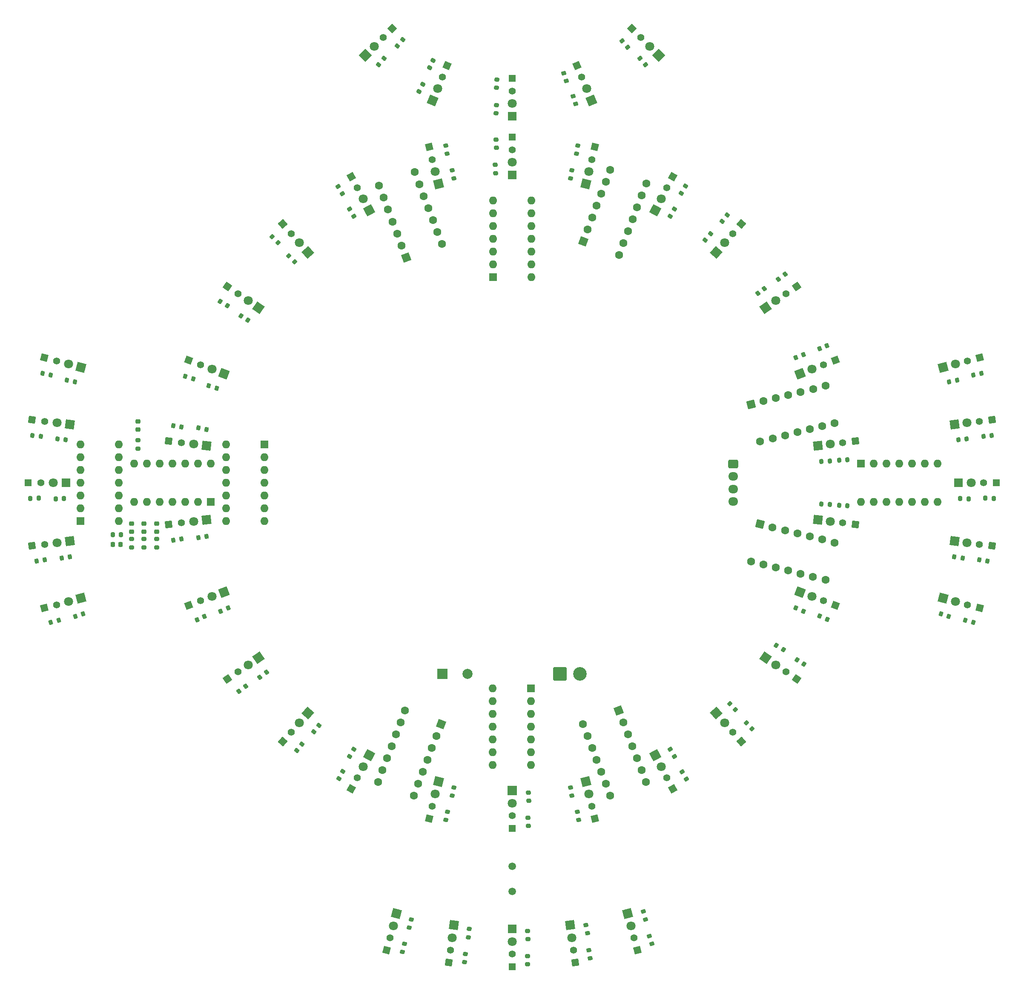
<source format=gbr>
%TF.GenerationSoftware,KiCad,Pcbnew,8.0.3*%
%TF.CreationDate,2024-10-15T17:05:12+09:00*%
%TF.ProjectId,Line-20240325,4c696e65-2d32-4303-9234-303332352e6b,rev?*%
%TF.SameCoordinates,Original*%
%TF.FileFunction,Soldermask,Bot*%
%TF.FilePolarity,Negative*%
%FSLAX46Y46*%
G04 Gerber Fmt 4.6, Leading zero omitted, Abs format (unit mm)*
G04 Created by KiCad (PCBNEW 8.0.3) date 2024-10-15 17:05:12*
%MOMM*%
%LPD*%
G01*
G04 APERTURE LIST*
G04 Aperture macros list*
%AMRoundRect*
0 Rectangle with rounded corners*
0 $1 Rounding radius*
0 $2 $3 $4 $5 $6 $7 $8 $9 X,Y pos of 4 corners*
0 Add a 4 corners polygon primitive as box body*
4,1,4,$2,$3,$4,$5,$6,$7,$8,$9,$2,$3,0*
0 Add four circle primitives for the rounded corners*
1,1,$1+$1,$2,$3*
1,1,$1+$1,$4,$5*
1,1,$1+$1,$6,$7*
1,1,$1+$1,$8,$9*
0 Add four rect primitives between the rounded corners*
20,1,$1+$1,$2,$3,$4,$5,0*
20,1,$1+$1,$4,$5,$6,$7,0*
20,1,$1+$1,$6,$7,$8,$9,0*
20,1,$1+$1,$8,$9,$2,$3,0*%
%AMHorizOval*
0 Thick line with rounded ends*
0 $1 width*
0 $2 $3 position (X,Y) of the first rounded end (center of the circle)*
0 $4 $5 position (X,Y) of the second rounded end (center of the circle)*
0 Add line between two ends*
20,1,$1,$2,$3,$4,$5,0*
0 Add two circle primitives to create the rounded ends*
1,1,$1,$2,$3*
1,1,$1,$4,$5*%
%AMRotRect*
0 Rectangle, with rotation*
0 The origin of the aperture is its center*
0 $1 length*
0 $2 width*
0 $3 Rotation angle, in degrees counterclockwise*
0 Add horizontal line*
21,1,$1,$2,0,0,$3*%
G04 Aperture macros list end*
%ADD10R,2.000000X2.000000*%
%ADD11C,2.000000*%
%ADD12RoundRect,0.250001X-1.099999X-1.099999X1.099999X-1.099999X1.099999X1.099999X-1.099999X1.099999X0*%
%ADD13C,2.700000*%
%ADD14RoundRect,0.250000X-0.725000X0.600000X-0.725000X-0.600000X0.725000X-0.600000X0.725000X0.600000X0*%
%ADD15O,1.950000X1.700000*%
%ADD16RoundRect,0.200000X-0.339001X-0.026517X-0.079222X-0.330679X0.339001X0.026517X0.079222X0.330679X0*%
%ADD17RotRect,1.800000X1.800000X135.000000*%
%ADD18C,1.800000*%
%ADD19RoundRect,0.200000X-0.151072X-0.304635X0.243268X-0.237583X0.151072X0.304635X-0.243268X0.237583X0*%
%ADD20RotRect,1.400000X1.400000X186.923077*%
%ADD21C,1.400000*%
%ADD22RotRect,1.400000X1.400000X112.500000*%
%ADD23RotRect,1.400000X1.400000X34.615384*%
%ADD24RotRect,1.400000X1.400000X103.846154*%
%ADD25RoundRect,0.200000X-0.304238X0.151869X-0.238219X-0.242645X0.304238X-0.151869X0.238219X0.242645X0*%
%ADD26RoundRect,0.200000X0.315003X0.128054X-0.024770X0.339133X-0.315003X-0.128054X0.024770X-0.339133X0*%
%ADD27RoundRect,0.200000X0.339001X0.026517X0.079222X0.330679X-0.339001X-0.026517X-0.079222X-0.330679X0*%
%ADD28RotRect,1.400000X1.400000X173.076923*%
%ADD29RoundRect,0.200000X0.073466X0.332006X-0.293218X0.172186X-0.073466X-0.332006X0.293218X-0.172186X0*%
%ADD30RotRect,1.600000X1.600000X159.230769*%
%ADD31HorizOval,1.600000X0.000000X0.000000X0.000000X0.000000X0*%
%ADD32RoundRect,0.200000X0.225437X0.254565X-0.172722X0.292903X-0.225437X-0.254565X0.172722X-0.292903X0*%
%ADD33RoundRect,0.200000X0.171954X0.293354X-0.226102X0.253974X-0.171954X-0.293354X0.226102X-0.253974X0*%
%ADD34RoundRect,0.200000X0.336499X0.048926X0.057132X0.335203X-0.336499X-0.048926X-0.057132X-0.335203X0*%
%ADD35RoundRect,0.200000X-0.172722X-0.292903X0.225437X-0.254565X0.172722X0.292903X-0.225437X0.254565X0*%
%ADD36RoundRect,0.200000X-0.257318X-0.222289X0.132193X-0.313289X0.257318X0.222289X-0.132193X0.313289X0*%
%ADD37RoundRect,0.200000X0.180632X0.288092X-0.218423X0.260608X-0.180632X-0.288092X0.218423X-0.260608X0*%
%ADD38RotRect,1.800000X1.800000X76.153845*%
%ADD39RotRect,1.800000X1.800000X339.230768*%
%ADD40RoundRect,0.200000X-0.315115X-0.127780X0.024474X-0.339155X0.315115X0.127780X-0.024474X0.339155X0*%
%ADD41RotRect,1.800000X1.800000X325.384615*%
%ADD42RotRect,1.400000X1.400000X277.500000*%
%ADD43RoundRect,0.200000X-0.089284X0.328106X-0.339653X0.016152X0.089284X-0.328106X0.339653X-0.016152X0*%
%ADD44RotRect,1.800000X1.800000X195.000000*%
%ADD45RoundRect,0.200000X0.314476X0.129343X-0.026158X0.339029X-0.314476X-0.129343X0.026158X-0.339029X0*%
%ADD46RotRect,1.400000X1.400000X345.000000*%
%ADD47RoundRect,0.200000X-0.152665X-0.303839X0.242021X-0.238853X0.152665X0.303839X-0.242021X0.238853X0*%
%ADD48RotRect,1.800000X1.800000X285.000000*%
%ADD49RotRect,1.400000X1.400000X187.500000*%
%ADD50R,1.600000X1.600000*%
%ADD51O,1.600000X1.600000*%
%ADD52RotRect,1.400000X1.400000X325.384615*%
%ADD53RoundRect,0.200000X0.338564X-0.031617X0.134393X0.312352X-0.338564X0.031617X-0.134393X-0.312352X0*%
%ADD54RoundRect,0.200000X0.110859X0.321458X-0.271663X0.204509X-0.110859X-0.321458X0.271663X-0.204509X0*%
%ADD55RoundRect,0.200000X-0.338398X0.033343X-0.135985X-0.311662X0.338398X-0.033343X0.135985X0.311662X0*%
%ADD56RoundRect,0.200000X0.231351X-0.249202X0.308360X0.143315X-0.231351X0.249202X-0.308360X-0.143315X0*%
%ADD57RotRect,1.400000X1.400000X159.230769*%
%ADD58RotRect,1.400000X1.400000X195.000000*%
%ADD59RotRect,1.400000X1.400000X353.076922*%
%ADD60RoundRect,0.200000X0.275000X-0.200000X0.275000X0.200000X-0.275000X0.200000X-0.275000X-0.200000X0*%
%ADD61RotRect,1.800000X1.800000X186.923077*%
%ADD62RotRect,1.400000X1.400000X339.230768*%
%ADD63RotRect,1.800000X1.800000X67.500000*%
%ADD64RoundRect,0.200000X0.323344X-0.105232X0.199737X0.275191X-0.323344X0.105232X-0.199737X-0.275191X0*%
%ADD65RoundRect,0.200000X-0.232453X0.248175X-0.307722X-0.144680X0.232453X-0.248175X0.307722X0.144680X0*%
%ADD66RoundRect,0.200000X0.009423X-0.339906X0.326274X-0.095763X-0.009423X0.339906X-0.326274X0.095763X0*%
%ADD67RoundRect,0.200000X-0.154229X0.303049X-0.335825X-0.053354X0.154229X-0.303049X0.335825X0.053354X0*%
%ADD68RoundRect,0.200000X0.285090X-0.185334X0.264156X0.214118X-0.285090X0.185334X-0.264156X-0.214118X0*%
%ADD69RotRect,1.800000X1.800000X352.500000*%
%ADD70RotRect,1.800000X1.800000X297.692307*%
%ADD71RotRect,1.400000X1.400000X62.307691*%
%ADD72RoundRect,0.200000X-0.281812X0.190281X-0.267853X-0.209476X0.281812X-0.190281X0.267853X0.209476X0*%
%ADD73RotRect,1.800000X1.800000X311.538461*%
%ADD74R,1.800000X1.800000*%
%ADD75RoundRect,0.200000X-0.218346X-0.260672X0.180717X-0.288039X0.218346X0.260672X-0.180717X0.288039X0*%
%ADD76RotRect,1.800000X1.800000X200.769230*%
%ADD77RoundRect,0.225000X-0.225000X-0.250000X0.225000X-0.250000X0.225000X0.250000X-0.225000X0.250000X0*%
%ADD78RoundRect,0.200000X0.132193X0.313289X-0.257318X0.222289X-0.132193X-0.313289X0.257318X-0.222289X0*%
%ADD79RotRect,1.800000X1.800000X112.500000*%
%ADD80RoundRect,0.200000X-0.271663X-0.204509X0.110859X-0.321458X0.271663X0.204509X-0.110859X0.321458X0*%
%ADD81R,1.400000X1.400000*%
%ADD82RotRect,1.400000X1.400000X172.500000*%
%ADD83RotRect,1.800000X1.800000X173.076923*%
%ADD84RotRect,1.400000X1.400000X256.153846*%
%ADD85RoundRect,0.200000X0.079222X-0.330679X0.339001X-0.026517X-0.079222X0.330679X-0.339001X0.026517X0*%
%ADD86RotRect,1.800000X1.800000X159.230769*%
%ADD87RotRect,1.800000X1.800000X20.769230*%
%ADD88RoundRect,0.200000X0.336292X0.050326X0.055737X0.335438X-0.336292X-0.050326X-0.055737X-0.335438X0*%
%ADD89RoundRect,0.200000X0.281313X-0.191018X0.268400X0.208774X-0.281313X0.191018X-0.268400X-0.208774X0*%
%ADD90RotRect,1.400000X1.400000X311.538461*%
%ADD91RotRect,1.400000X1.400000X228.461538*%
%ADD92RoundRect,0.200000X-0.073756X-0.331941X0.293068X-0.172442X0.073756X0.331941X-0.293068X0.172442X0*%
%ADD93RotRect,1.400000X1.400000X67.500000*%
%ADD94RotRect,1.800000X1.800000X7.500000*%
%ADD95RotRect,1.800000X1.800000X15.000000*%
%ADD96RoundRect,0.200000X0.151869X0.304238X-0.242645X0.238219X-0.151869X-0.304238X0.242645X-0.238219X0*%
%ADD97RotRect,1.800000X1.800000X45.000000*%
%ADD98RoundRect,0.200000X-0.134393X0.312352X-0.338564X-0.031617X0.134393X-0.312352X0.338564X0.031617X0*%
%ADD99RotRect,1.400000X1.400000X76.153845*%
%ADD100RoundRect,0.200000X0.088997X-0.328184X0.339639X-0.016448X-0.088997X0.328184X-0.339639X0.016448X0*%
%ADD101RotRect,1.400000X1.400000X283.846153*%
%ADD102RotRect,1.400000X1.400000X165.000000*%
%ADD103C,1.500000*%
%ADD104RotRect,1.400000X1.400000X131.538461*%
%ADD105RotRect,1.800000X1.800000X262.500000*%
%ADD106RotRect,1.800000X1.800000X48.461537*%
%ADD107RoundRect,0.200000X0.154229X-0.303049X0.335825X0.053354X-0.154229X0.303049X-0.335825X-0.053354X0*%
%ADD108RotRect,1.400000X1.400000X20.769230*%
%ADD109RoundRect,0.218750X-0.256250X0.218750X-0.256250X-0.218750X0.256250X-0.218750X0.256250X0.218750X0*%
%ADD110RoundRect,0.200000X0.256736X0.222962X-0.133012X0.312942X-0.256736X-0.222962X0.133012X-0.312942X0*%
%ADD111RoundRect,0.200000X-0.285090X0.185334X-0.264156X-0.214118X0.285090X-0.185334X0.264156X0.214118X0*%
%ADD112RoundRect,0.200000X0.007849X-0.339946X0.325827X-0.097273X-0.007849X0.339946X-0.325827X0.097273X0*%
%ADD113RotRect,1.800000X1.800000X145.384615*%
%ADD114RoundRect,0.200000X0.258460X-0.220960X0.289844X0.177807X-0.258460X0.220960X-0.289844X-0.177807X0*%
%ADD115RoundRect,0.200000X-0.209476X-0.267853X0.190281X-0.281812X0.209476X0.267853X-0.190281X0.281812X0*%
%ADD116RotRect,1.600000X1.600000X256.153846*%
%ADD117HorizOval,1.600000X0.000000X0.000000X0.000000X0.000000X0*%
%ADD118RoundRect,0.200000X0.134393X-0.312352X0.338564X0.031617X-0.134393X0.312352X-0.338564X-0.031617X0*%
%ADD119RotRect,1.400000X1.400000X6.923076*%
%ADD120RotRect,1.800000X1.800000X172.500000*%
%ADD121RoundRect,0.200000X0.190281X0.281812X-0.209476X0.267853X-0.190281X-0.281812X0.209476X-0.267853X0*%
%ADD122RotRect,1.400000X1.400000X297.692307*%
%ADD123RotRect,1.400000X1.400000X255.000000*%
%ADD124RoundRect,0.200000X-0.079222X0.330679X-0.339001X0.026517X0.079222X-0.330679X0.339001X-0.026517X0*%
%ADD125RoundRect,0.200000X-0.254565X0.225437X-0.292903X-0.172722X0.254565X-0.225437X0.292903X0.172722X0*%
%ADD126RoundRect,0.200000X0.284279X-0.186576X0.265088X0.212964X-0.284279X0.186576X-0.265088X-0.212964X0*%
%ADD127RotRect,1.800000X1.800000X255.000000*%
%ADD128RoundRect,0.200000X-0.307722X0.144680X-0.232453X-0.248175X0.307722X-0.144680X0.232453X0.248175X0*%
%ADD129RotRect,1.400000X1.400000X117.692308*%
%ADD130RoundRect,0.200000X-0.338564X0.031617X-0.134393X-0.312352X0.338564X-0.031617X0.134393X0.312352X0*%
%ADD131RoundRect,0.200000X0.138428X-0.310584X0.338126X0.036000X-0.138428X0.310584X-0.338126X-0.036000X0*%
%ADD132RoundRect,0.200000X0.242021X0.238853X-0.152665X0.303839X-0.242021X-0.238853X0.152665X-0.303839X0*%
%ADD133RoundRect,0.200000X-0.180717X-0.288039X0.218346X-0.260672X0.180717X0.288039X-0.218346X0.260672X0*%
%ADD134RoundRect,0.200000X-0.242645X-0.238219X0.151869X-0.304238X0.242645X0.238219X-0.151869X0.304238X0*%
%ADD135RoundRect,0.200000X-0.314476X-0.129343X0.026158X-0.339029X0.314476X0.129343X-0.026158X0.339029X0*%
%ADD136RotRect,1.600000X1.600000X339.230769*%
%ADD137HorizOval,1.600000X0.000000X0.000000X0.000000X0.000000X0*%
%ADD138RotRect,1.800000X1.800000X283.846153*%
%ADD139RoundRect,0.200000X0.072195X0.332284X-0.293875X0.171063X-0.072195X-0.332284X0.293875X-0.171063X0*%
%ADD140RoundRect,0.200000X-0.284116X0.186824X-0.265273X-0.212732X0.284116X-0.186824X0.265273X0.212732X0*%
%ADD141RoundRect,0.200000X0.232453X-0.248175X0.307722X0.144680X-0.232453X0.248175X-0.307722X-0.144680X0*%
%ADD142RotRect,1.800000X1.800000X214.615384*%
%ADD143RoundRect,0.200000X0.321167X-0.111700X0.205220X0.271127X-0.321167X0.111700X-0.205220X-0.271127X0*%
%ADD144RoundRect,0.200000X-0.136528X0.311424X-0.338339X-0.033934X0.136528X-0.311424X0.338339X0.033934X0*%
%ADD145RotRect,1.800000X1.800000X242.307692*%
%ADD146RotRect,1.600000X1.600000X20.769231*%
%ADD147HorizOval,1.600000X0.000000X0.000000X0.000000X0.000000X0*%
%ADD148RotRect,1.400000X1.400000X214.615384*%
%ADD149RoundRect,0.200000X0.303839X-0.152665X0.238853X0.242021X-0.303839X0.152665X-0.238853X-0.242021X0*%
%ADD150RotRect,1.400000X1.400000X269.999999*%
%ADD151RoundRect,0.200000X0.338427X-0.033048X0.135712X0.311781X-0.338427X0.033048X-0.135712X-0.311781X0*%
%ADD152RoundRect,0.200000X0.090494X-0.327774X0.339710X-0.014898X-0.090494X0.327774X-0.339710X0.014898X0*%
%ADD153RotRect,1.400000X1.400000X135.000000*%
%ADD154RoundRect,0.200000X-0.008145X0.339939X-0.325911X0.096989X0.008145X-0.339939X0.325911X-0.096989X0*%
%ADD155RotRect,1.800000X1.800000X62.307691*%
%ADD156RoundRect,0.200000X-0.336541X-0.048632X-0.057425X-0.335153X0.336541X0.048632X0.057425X0.335153X0*%
%ADD157RoundRect,0.200000X-0.308485X0.143046X-0.231134X-0.249404X0.308485X-0.143046X0.231134X0.249404X0*%
%ADD158RoundRect,0.200000X0.308610X-0.142777X0.230916X0.249605X-0.308610X0.142777X-0.230916X-0.249605X0*%
%ADD159RotRect,1.400000X1.400000X15.000000*%
%ADD160RoundRect,0.200000X0.292767X0.172953X-0.074335X0.331812X-0.292767X-0.172953X0.074335X-0.331812X0*%
%ADD161RotRect,1.800000X1.800000X103.846154*%
%ADD162RotRect,1.400000X1.400000X7.500000*%
%ADD163RotRect,1.400000X1.400000X48.461537*%
%ADD164RoundRect,0.200000X-0.009423X0.339906X-0.326274X0.095763X0.009423X-0.339906X0.326274X-0.095763X0*%
%ADD165RoundRect,0.200000X-0.226102X-0.253974X0.171954X-0.293354X0.226102X0.253974X-0.171954X0.293354X0*%
%ADD166RotRect,1.400000X1.400000X45.000000*%
%ADD167RoundRect,0.200000X0.274384X0.200844X-0.106533X0.322917X-0.274384X-0.200844X0.106533X-0.322917X0*%
%ADD168RotRect,1.800000X1.800000X187.500000*%
%ADD169RoundRect,0.200000X-0.191018X-0.281313X0.208774X-0.268400X0.191018X0.281313X-0.208774X0.268400X0*%
%ADD170RoundRect,0.200000X0.307722X-0.144680X0.232453X0.248175X-0.307722X0.144680X-0.232453X-0.248175X0*%
%ADD171RoundRect,0.200000X-0.243061X-0.237795X0.151338X-0.304503X0.243061X0.237795X-0.151338X0.304503X0*%
%ADD172RoundRect,0.200000X-0.111700X-0.321167X0.271127X-0.205220X0.111700X0.321167X-0.271127X0.205220X0*%
%ADD173RoundRect,0.200000X0.208774X0.268400X-0.191018X0.281313X-0.208774X-0.268400X0.191018X-0.281313X0*%
%ADD174RotRect,1.400000X1.400000X285.000000*%
%ADD175RoundRect,0.200000X0.253974X-0.226102X0.293354X0.171954X-0.253974X0.226102X-0.293354X-0.171954X0*%
%ADD176RotRect,1.400000X1.400000X145.384615*%
%ADD177RoundRect,0.200000X0.149618X0.305351X-0.244398X0.236421X-0.149618X-0.305351X0.244398X-0.236421X0*%
%ADD178RoundRect,0.200000X-0.072195X-0.332284X0.293875X-0.171063X0.072195X0.332284X-0.293875X0.171063X0*%
%ADD179RotRect,1.600000X1.600000X283.846154*%
%ADD180HorizOval,1.600000X0.000000X0.000000X0.000000X0.000000X0*%
%ADD181RotRect,1.800000X1.800000X228.461538*%
%ADD182RotRect,1.800000X1.800000X269.999999*%
%ADD183RoundRect,0.200000X-0.222962X0.256736X-0.312942X-0.133012X0.222962X-0.256736X0.312942X0.133012X0*%
%ADD184RoundRect,0.200000X-0.275365X-0.199497X0.104949X-0.323436X0.275365X0.199497X-0.104949X0.323436X0*%
%ADD185RotRect,1.800000X1.800000X6.923076*%
%ADD186RoundRect,0.200000X-0.231568X0.249000X-0.308235X-0.143584X0.231568X-0.249000X0.308235X0.143584X0*%
%ADD187RoundRect,0.200000X-0.133012X-0.312942X0.256736X-0.222962X0.133012X0.312942X-0.256736X0.222962X0*%
%ADD188RoundRect,0.200000X0.222289X-0.257318X0.313289X0.132193X-0.222289X0.257318X-0.313289X-0.132193X0*%
%ADD189RotRect,1.800000X1.800000X34.615384*%
%ADD190RotRect,1.600000X1.600000X200.769231*%
%ADD191HorizOval,1.600000X0.000000X0.000000X0.000000X0.000000X0*%
%ADD192RotRect,1.400000X1.400000X352.500000*%
%ADD193RotRect,1.800000X1.800000X256.153846*%
%ADD194RoundRect,0.200000X0.271127X0.205220X-0.111700X0.321167X-0.271127X-0.205220X0.111700X-0.321167X0*%
%ADD195RotRect,1.800000X1.800000X353.076922*%
%ADD196RotRect,1.400000X1.400000X200.769230*%
%ADD197RoundRect,0.200000X-0.258460X0.220960X-0.289844X-0.177807X0.258460X-0.220960X0.289844X0.177807X0*%
%ADD198RotRect,1.400000X1.400000X262.500000*%
%ADD199RoundRect,0.200000X-0.293875X-0.171063X0.072195X-0.332284X0.293875X0.171063X-0.072195X0.332284X0*%
%ADD200RotRect,1.800000X1.800000X277.500000*%
%ADD201RoundRect,0.200000X-0.200000X-0.275000X0.200000X-0.275000X0.200000X0.275000X-0.200000X0.275000X0*%
%ADD202RotRect,1.800000X1.800000X117.692308*%
%ADD203RotRect,1.800000X1.800000X131.538461*%
%ADD204RotRect,1.800000X1.800000X165.000000*%
%ADD205RotRect,1.400000X1.400000X242.307692*%
%ADD206RoundRect,0.200000X-0.321458X0.110859X-0.204509X-0.271663X0.321458X-0.110859X0.204509X0.271663X0*%
%ADD207RoundRect,0.200000X-0.336292X-0.050326X-0.055737X-0.335438X0.336292X0.050326X0.055737X0.335438X0*%
%ADD208RotRect,1.800000X1.800000X345.000000*%
%ADD209RoundRect,0.200000X-0.323344X0.105232X-0.199737X-0.275191X0.323344X-0.105232X0.199737X0.275191X0*%
%ADD210RoundRect,0.200000X0.218332X0.260684X-0.180732X0.288029X-0.218332X-0.260684X0.180732X-0.288029X0*%
%ADD211RoundRect,0.200000X0.244398X0.236421X-0.149618X0.305351X-0.244398X-0.236421X0.149618X-0.305351X0*%
%ADD212RoundRect,0.200000X-0.090494X0.327774X-0.339710X0.014898X0.090494X-0.327774X0.339710X-0.014898X0*%
G04 APERTURE END LIST*
D10*
%TO.C,C1*%
X-13867677Y-38000000D03*
D11*
X-8867677Y-38000000D03*
%TD*%
D12*
%TO.C,J1*%
X9520000Y-38000000D03*
D13*
X13480000Y-38000000D03*
%TD*%
D14*
%TO.C,J2*%
X44000000Y3750000D03*
D15*
X44000000Y1250000D03*
X44000000Y-1250000D03*
X44000000Y-3750000D03*
%TD*%
D16*
%TO.C,R73*%
X21914205Y87877335D03*
X22985795Y86622665D03*
%TD*%
D17*
%TO.C,D27*%
X29173754Y84996991D03*
D18*
X27377702Y86793043D03*
%TD*%
D19*
%TO.C,R54*%
X-67358210Y-11453260D03*
X-65731558Y-11176672D03*
%TD*%
D20*
%TO.C,U8*%
X-68269669Y-8288832D03*
D21*
X-65748189Y-7982668D03*
%TD*%
D22*
%TO.C,U28*%
X12902938Y83019217D03*
D21*
X13874954Y80672563D03*
%TD*%
D23*
%TO.C,U23*%
X56595520Y39066286D03*
D21*
X54505142Y37623402D03*
%TD*%
D24*
%TO.C,U2*%
X-16458818Y66772143D03*
D21*
X-15850956Y64305951D03*
%TD*%
D25*
%TO.C,R40*%
X14718120Y-87952019D03*
X14990450Y-89579389D03*
%TD*%
D26*
%TO.C,R64*%
X58037477Y-36054915D03*
X56635913Y-35184215D03*
%TD*%
D27*
%TO.C,R27*%
X26512887Y83127997D03*
X25441297Y84382667D03*
%TD*%
D28*
%TO.C,U7*%
X-68269668Y8289783D03*
D21*
X-65748188Y7983619D03*
%TD*%
D29*
%TO.C,R68*%
X62634330Y27299199D03*
X61121756Y26639943D03*
%TD*%
D30*
%TO.C,Comp9*%
X-14135660Y-47985964D03*
D31*
X-15036356Y-50360905D03*
X-15937053Y-52735846D03*
X-16837749Y-55110788D03*
X-17738446Y-57485729D03*
X-18639142Y-59860670D03*
X-19539839Y-62235611D03*
X-26664662Y-59533522D03*
X-25763966Y-57158581D03*
X-24863269Y-54783640D03*
X-23962573Y-52408698D03*
X-23061877Y-50033757D03*
X-22161180Y-47658816D03*
X-21260484Y-45283875D03*
%TD*%
D32*
%TO.C,R33*%
X-88764456Y8547045D03*
X-90406860Y8705191D03*
%TD*%
D33*
%TO.C,R91*%
X95359469Y9434101D03*
X93717485Y9271657D03*
%TD*%
D34*
%TO.C,R63*%
X47719225Y-48899707D03*
X46566839Y-47718813D03*
%TD*%
D35*
%TO.C,R45*%
X88764456Y8547045D03*
X90406860Y8705191D03*
%TD*%
D36*
%TO.C,R78*%
X-93312259Y21800299D03*
X-91705525Y21424925D03*
%TD*%
D37*
%TO.C,R67*%
X66667062Y4591665D03*
X65020962Y4478291D03*
%TD*%
D38*
%TO.C,D26*%
X14652219Y59451242D03*
D18*
X15260081Y61917434D03*
%TD*%
D39*
%TO.C,D19*%
X57249963Y-21711983D03*
D18*
X59624905Y-22612679D03*
%TD*%
D40*
%TO.C,R51*%
X-58005991Y36105550D03*
X-56605187Y35233626D03*
%TD*%
D41*
%TO.C,D18*%
X50390222Y-34782130D03*
D18*
X52480600Y-36225014D03*
%TD*%
D42*
%TO.C,U40*%
X12564666Y-95445922D03*
D21*
X12233130Y-92927652D03*
%TD*%
D43*
%TO.C,R70*%
X42766221Y53285608D03*
X41733447Y51998798D03*
%TD*%
D44*
%TO.C,D36*%
X-85707699Y-22964578D03*
D18*
X-88161151Y-23621978D03*
%TD*%
D45*
%TO.C,R5*%
X-52522668Y32331409D03*
X-53927786Y33196363D03*
%TD*%
D46*
%TO.C,U42*%
X92988589Y-24916034D03*
D21*
X90535137Y-24258634D03*
%TD*%
D47*
%TO.C,R81*%
X-94551899Y-15568205D03*
X-92923821Y-15300137D03*
%TD*%
D48*
%TO.C,D41*%
X22963924Y-85706124D03*
D18*
X23621324Y-88159576D03*
%TD*%
D49*
%TO.C,U35*%
X-95447487Y-12565281D03*
D21*
X-92929217Y-12233745D03*
%TD*%
D50*
%TO.C,Comp8*%
X3798970Y-40879855D03*
D51*
X3798970Y-43419855D03*
X3798970Y-45959855D03*
X3798970Y-48499855D03*
X3798970Y-51039855D03*
X3798970Y-53579855D03*
X3798970Y-56119855D03*
X-3821030Y-56119855D03*
X-3821030Y-53579855D03*
X-3821030Y-51039855D03*
X-3821030Y-48499855D03*
X-3821030Y-45959855D03*
X-3821030Y-43419855D03*
X-3821030Y-40879855D03*
%TD*%
D52*
%TO.C,U18*%
X56595519Y-39065338D03*
D21*
X54505141Y-37622454D03*
%TD*%
D53*
%TO.C,R3*%
X-31481702Y53036091D03*
X-32323910Y54454959D03*
%TD*%
D50*
%TO.C,Comp6*%
X-85801030Y-7619855D03*
D51*
X-85801030Y-5079855D03*
X-85801030Y-2539855D03*
X-85801030Y145D03*
X-85801030Y2540145D03*
X-85801030Y5080145D03*
X-85801030Y7620145D03*
X-78181030Y7620145D03*
X-78181030Y5080145D03*
X-78181030Y2540145D03*
X-78181030Y145D03*
X-78181030Y-2539855D03*
X-78181030Y-5079855D03*
X-78181030Y-7619855D03*
%TD*%
D54*
%TO.C,R36*%
X-85278477Y-26072248D03*
X-86856379Y-26554658D03*
%TD*%
D55*
%TO.C,R49*%
X-34574757Y58931247D03*
X-33739801Y57508099D03*
%TD*%
D56*
%TO.C,R59*%
X-13154064Y-67046821D03*
X-12836402Y-65427689D03*
%TD*%
D57*
%TO.C,U6*%
X-64302147Y24386653D03*
D21*
X-61927205Y23485957D03*
%TD*%
D58*
%TO.C,U36*%
X-92990770Y-24916034D03*
D21*
X-90537318Y-24258634D03*
%TD*%
D59*
%TO.C,U20*%
X68267508Y-8288835D03*
D21*
X65746028Y-7982667D03*
%TD*%
D60*
%TO.C,R95*%
X-70700000Y-12850000D03*
X-70700000Y-11200000D03*
%TD*%
D61*
%TO.C,D8*%
X-60784644Y-7379985D03*
D18*
X-63306124Y-7686149D03*
%TD*%
D62*
%TO.C,U19*%
X64299987Y-24385703D03*
D21*
X61925045Y-23485007D03*
%TD*%
D63*
%TO.C,D30*%
X-15789901Y76053165D03*
D18*
X-14817885Y78399819D03*
%TD*%
D64*
%TO.C,R28*%
X12614789Y75344687D03*
X12104911Y76913931D03*
%TD*%
D65*
%TO.C,R13*%
X-11606630Y-60572761D03*
X-11917114Y-62193285D03*
%TD*%
D66*
%TO.C,R23*%
X48853269Y37644296D03*
X50160277Y38651386D03*
%TD*%
D67*
%TO.C,R76*%
X-15675458Y84035080D03*
X-16424542Y82564920D03*
%TD*%
D68*
%TO.C,R1*%
X-3228910Y61590952D03*
X-3315264Y63238690D03*
%TD*%
D69*
%TO.C,D43*%
X87969813Y-11581113D03*
D18*
X90488085Y-11912651D03*
%TD*%
D70*
%TO.C,D16*%
X28453919Y-54215997D03*
D18*
X29634315Y-56465055D03*
%TD*%
D71*
%TO.C,U25*%
X31957933Y60893285D03*
D21*
X30777537Y58644227D03*
%TD*%
D72*
%TO.C,R39*%
X3112163Y-89120677D03*
X3169747Y-90769671D03*
%TD*%
D73*
%TO.C,D17*%
X40601919Y-45830838D03*
D18*
X42286251Y-47732056D03*
%TD*%
D74*
%TO.C,D34*%
X-88731101Y437D03*
D18*
X-91271101Y437D03*
%TD*%
D75*
%TO.C,R20*%
X61529393Y-4219151D03*
X63175527Y-4332039D03*
%TD*%
D76*
%TO.C,D9*%
X-57252124Y-21711982D03*
D18*
X-59627066Y-22612678D03*
%TD*%
D77*
%TO.C,C5*%
X-79375000Y-12250000D03*
X-77825000Y-12250000D03*
%TD*%
D78*
%TO.C,R92*%
X93312259Y21800299D03*
X91705525Y21424925D03*
%TD*%
D79*
%TO.C,D28*%
X15788371Y76053165D03*
D18*
X14816355Y78399819D03*
%TD*%
D80*
%TO.C,R42*%
X85278477Y-26072248D03*
X86856379Y-26554658D03*
%TD*%
D81*
%TO.C,U34*%
X-96271090Y475D03*
D21*
X-93731090Y475D03*
%TD*%
D82*
%TO.C,U33*%
X-95447487Y12566233D03*
D21*
X-92929217Y12234695D03*
%TD*%
D50*
%TO.C,Comp5*%
X-59881030Y-3799855D03*
D51*
X-62421030Y-3799855D03*
X-64961030Y-3799855D03*
X-67501030Y-3799855D03*
X-70041030Y-3799855D03*
X-72581030Y-3799855D03*
X-75121030Y-3799855D03*
X-75121030Y3820145D03*
X-72581030Y3820145D03*
X-70041030Y3820145D03*
X-67501030Y3820145D03*
X-64961030Y3820145D03*
X-62421030Y3820145D03*
X-59881030Y3820145D03*
%TD*%
D83*
%TO.C,D7*%
X-60784644Y7380935D03*
D18*
X-63306124Y7687099D03*
%TD*%
D84*
%TO.C,U13*%
X-16458818Y-66771193D03*
D21*
X-15850956Y-64305001D03*
%TD*%
D60*
%TO.C,R94*%
X-73200000Y-12850000D03*
X-73200000Y-11200000D03*
%TD*%
D85*
%TO.C,R31*%
X-26514546Y83127996D03*
X-25442956Y84382666D03*
%TD*%
D86*
%TO.C,D6*%
X-57252124Y21712932D03*
D18*
X-59627066Y22613628D03*
%TD*%
D87*
%TO.C,D22*%
X57249964Y21712931D03*
D18*
X59624906Y22613627D03*
%TD*%
D88*
%TO.C,R4*%
X-43259188Y43961168D03*
X-44416478Y45137254D03*
%TD*%
D89*
%TO.C,R85*%
X3093516Y-95775053D03*
X3040250Y-94125913D03*
%TD*%
D90*
%TO.C,U17*%
X45601864Y-51474610D03*
D21*
X43917532Y-49573392D03*
%TD*%
D81*
%TO.C,U29*%
X-765Y80452510D03*
D21*
X-765Y77912510D03*
%TD*%
D91*
%TO.C,U11*%
X-45604025Y-51474609D03*
D21*
X-43919693Y-49573391D03*
%TD*%
D92*
%TO.C,R55*%
X-62658130Y-27244530D03*
X-61144980Y-26586594D03*
%TD*%
D93*
%TO.C,U30*%
X-12904467Y83019217D03*
D21*
X-13876483Y80672563D03*
%TD*%
D94*
%TO.C,D45*%
X87969813Y11582066D03*
D18*
X90488083Y11913600D03*
%TD*%
D95*
%TO.C,D46*%
X85705509Y22965491D03*
D18*
X88158959Y23622889D03*
%TD*%
D96*
%TO.C,R35*%
X-87952019Y-14718120D03*
X-89579389Y-14990450D03*
%TD*%
D97*
%TO.C,D31*%
X-29175285Y84996991D03*
D18*
X-27379233Y86793043D03*
%TD*%
D98*
%TO.C,R12*%
X-31481647Y-53035029D03*
X-32323855Y-54453897D03*
%TD*%
D99*
%TO.C,U26*%
X16456659Y66772143D03*
D21*
X15848797Y64305951D03*
%TD*%
D100*
%TO.C,R57*%
X-42812705Y-53248267D03*
X-41778809Y-51962359D03*
%TD*%
D101*
%TO.C,U15*%
X16456657Y-66771193D03*
D21*
X15848795Y-64305001D03*
%TD*%
D102*
%TO.C,U32*%
X-92990769Y24916984D03*
D21*
X-90537317Y24259584D03*
%TD*%
D103*
%TO.C,BZ1*%
X0Y-76275000D03*
X0Y-81275000D03*
%TD*%
D104*
%TO.C,U4*%
X-45604025Y51475559D03*
D21*
X-43919693Y49574341D03*
%TD*%
D105*
%TO.C,D38*%
X-11582678Y-87970428D03*
D18*
X-11914216Y-90488698D03*
%TD*%
D106*
%TO.C,D24*%
X40601921Y45831786D03*
D18*
X42286253Y47733004D03*
%TD*%
D107*
%TO.C,R30*%
X-18534992Y77796228D03*
X-17785908Y79266388D03*
%TD*%
D108*
%TO.C,U22*%
X64299987Y24386651D03*
D21*
X61925045Y23485955D03*
%TD*%
D109*
%TO.C,D50*%
X-74400000Y12200000D03*
X-74400000Y10625000D03*
%TD*%
D110*
%TO.C,R32*%
X-86889449Y20060011D03*
X-88497163Y20431179D03*
%TD*%
D111*
%TO.C,R14*%
X3226731Y-61590002D03*
X3313085Y-63237740D03*
%TD*%
D112*
%TO.C,R56*%
X-54314573Y-41451572D03*
X-53002915Y-40450546D03*
%TD*%
D113*
%TO.C,D5*%
X-50392381Y34783079D03*
D18*
X-52482761Y36225963D03*
%TD*%
D114*
%TO.C,R29*%
X-3203922Y73472420D03*
X-3074464Y75117334D03*
%TD*%
D115*
%TO.C,R44*%
X89120677Y-3112163D03*
X90769671Y-3169747D03*
%TD*%
D116*
%TO.C,Comp12*%
X49338948Y-8247342D03*
D117*
X51805140Y-8855204D03*
X54271332Y-9463065D03*
X56737525Y-10070927D03*
X59203717Y-10678789D03*
X61669909Y-11286651D03*
X64136101Y-11894512D03*
X62312516Y-19293089D03*
X59846324Y-18685227D03*
X57380131Y-18077366D03*
X54913939Y-17469504D03*
X52447747Y-16861642D03*
X49981555Y-16253780D03*
X47515363Y-15645918D03*
%TD*%
D118*
%TO.C,R25*%
X31479560Y53036095D03*
X32321766Y54454965D03*
%TD*%
D119*
%TO.C,U21*%
X68267509Y8289781D03*
D21*
X65746029Y7983617D03*
%TD*%
D120*
%TO.C,D33*%
X-87972003Y11582026D03*
D18*
X-90490273Y11913562D03*
%TD*%
D121*
%TO.C,R34*%
X-89120677Y-3112163D03*
X-90769671Y-3169747D03*
%TD*%
D122*
%TO.C,U16*%
X31957931Y-60892336D03*
D21*
X30777535Y-58643278D03*
%TD*%
D123*
%TO.C,U37*%
X-24917599Y-92989204D03*
D21*
X-24260199Y-90535752D03*
%TD*%
D124*
%TO.C,R77*%
X-21764205Y88127335D03*
X-22835795Y86872665D03*
%TD*%
D125*
%TO.C,R38*%
X-8547045Y-88764456D03*
X-8705191Y-90406860D03*
%TD*%
D126*
%TO.C,R60*%
X3278106Y-68246316D03*
X3198942Y-66598216D03*
%TD*%
D127*
%TO.C,D37*%
X-22966104Y-85706123D03*
D18*
X-23623504Y-88159575D03*
%TD*%
D128*
%TO.C,R15*%
X11604485Y-60572757D03*
X11914969Y-62193281D03*
%TD*%
D129*
%TO.C,U3*%
X-31960092Y60893285D03*
D21*
X-30779696Y58644227D03*
%TD*%
D130*
%TO.C,R16*%
X31479522Y-53035141D03*
X32321730Y-54454009D03*
%TD*%
D131*
%TO.C,R58*%
X-34461876Y-58814831D03*
X-33638124Y-57385169D03*
%TD*%
D132*
%TO.C,R89*%
X94551899Y-15568205D03*
X92923821Y-15300137D03*
%TD*%
D74*
%TO.C,D44*%
X88728910Y477D03*
D18*
X91268912Y477D03*
%TD*%
D133*
%TO.C,R21*%
X61529428Y4220104D03*
X63175562Y4332992D03*
%TD*%
D134*
%TO.C,R43*%
X87952019Y-14718120D03*
X89579389Y-14990450D03*
%TD*%
D135*
%TO.C,R18*%
X52520489Y-32330460D03*
X53925607Y-33195414D03*
%TD*%
D136*
%TO.C,Comp3*%
X14133600Y47986254D03*
D137*
X15034296Y50361195D03*
X15934993Y52736136D03*
X16835689Y55111078D03*
X17736386Y57486019D03*
X18637082Y59860960D03*
X19537779Y62235901D03*
X26662602Y59533812D03*
X25761906Y57158871D03*
X24861209Y54783930D03*
X23960513Y52408988D03*
X23059817Y50034047D03*
X22159120Y47659106D03*
X21258424Y45284165D03*
%TD*%
D138*
%TO.C,D15*%
X14652217Y-59450292D03*
D18*
X15260079Y-61916484D03*
%TD*%
D139*
%TO.C,R9*%
X-56444586Y-24857873D03*
X-57954624Y-25522911D03*
%TD*%
D109*
%TO.C,D48*%
X-73200000Y-8162500D03*
X-73200000Y-9737500D03*
%TD*%
D140*
%TO.C,R47*%
X-3218548Y68249151D03*
X-3140822Y66600983D03*
%TD*%
D141*
%TO.C,R26*%
X11604452Y60573712D03*
X11914936Y62194236D03*
%TD*%
D142*
%TO.C,D10*%
X-50392382Y-34782129D03*
D18*
X-52482760Y-36225013D03*
%TD*%
D143*
%TO.C,R87*%
X27776515Y-91710936D03*
X27298235Y-90131776D03*
%TD*%
D144*
%TO.C,R71*%
X34471850Y58991501D03*
X33639380Y57566899D03*
%TD*%
D145*
%TO.C,D12*%
X-28456080Y-54215997D03*
D18*
X-29636476Y-56465055D03*
%TD*%
D146*
%TO.C,Comp1*%
X-21064480Y44823749D03*
D147*
X-21965177Y47198690D03*
X-22865873Y49573631D03*
X-23766570Y51948572D03*
X-24667266Y54323514D03*
X-25567963Y56698455D03*
X-26468659Y59073396D03*
X-19343835Y61775485D03*
X-18443139Y59400544D03*
X-17542442Y57025603D03*
X-16641746Y54650662D03*
X-15741050Y52275720D03*
X-14840353Y49900779D03*
X-13939657Y47525838D03*
%TD*%
D148*
%TO.C,U10*%
X-56597680Y-39065337D03*
D21*
X-54507302Y-37622453D03*
%TD*%
D50*
%TO.C,Comp11*%
X69378970Y3800145D03*
D51*
X71918970Y3800145D03*
X74458970Y3800145D03*
X76998970Y3800145D03*
X79538970Y3800145D03*
X82078970Y3800145D03*
X84618970Y3800145D03*
X84618970Y-3819855D03*
X82078970Y-3819855D03*
X79538970Y-3819855D03*
X76998970Y-3819855D03*
X74458970Y-3819855D03*
X71918970Y-3819855D03*
X69378970Y-3819855D03*
%TD*%
D149*
%TO.C,R86*%
X15568205Y-94551899D03*
X15300137Y-92923821D03*
%TD*%
D150*
%TO.C,U14*%
X-1080Y-68769525D03*
D21*
X-1080Y-66229525D03*
%TD*%
D151*
%TO.C,R62*%
X34626171Y-58901052D03*
X33789973Y-57478634D03*
%TD*%
D152*
%TO.C,R24*%
X38424894Y48242050D03*
X39452910Y49532660D03*
%TD*%
D153*
%TO.C,U27*%
X23842168Y90328577D03*
D21*
X25638220Y88532525D03*
%TD*%
D154*
%TO.C,R69*%
X54278379Y41498954D03*
X52967595Y40496784D03*
%TD*%
D60*
%TO.C,R93*%
X-75700000Y-12850000D03*
X-75700000Y-11200000D03*
%TD*%
D155*
%TO.C,D25*%
X28453921Y54216947D03*
D18*
X29634317Y56466005D03*
%TD*%
D156*
%TO.C,R50*%
X-47676533Y48941330D03*
X-46525179Y47759432D03*
%TD*%
D157*
%TO.C,R48*%
X-13212568Y67035317D03*
X-12893494Y65416461D03*
%TD*%
D158*
%TO.C,R61*%
X13271062Y-67023761D03*
X12950576Y-65405185D03*
%TD*%
D159*
%TO.C,U46*%
X92988590Y24916984D03*
D21*
X90535138Y24259584D03*
%TD*%
D160*
%TO.C,R65*%
X62705585Y-27135130D03*
X61191289Y-26479836D03*
%TD*%
D161*
%TO.C,D2*%
X-14654377Y59451242D03*
D18*
X-15262239Y61917434D03*
%TD*%
D162*
%TO.C,U45*%
X95445307Y12566232D03*
D21*
X92927037Y12234696D03*
%TD*%
D163*
%TO.C,U24*%
X45601866Y51475558D03*
D21*
X43917534Y49574340D03*
%TD*%
D164*
%TO.C,R10*%
X-48855446Y-37643347D03*
X-50162454Y-38650437D03*
%TD*%
D165*
%TO.C,R79*%
X-95359469Y9434101D03*
X-93717485Y9271657D03*
%TD*%
D81*
%TO.C,U39*%
X-1090Y-96269525D03*
D21*
X-1090Y-93729525D03*
%TD*%
D166*
%TO.C,U31*%
X-23843699Y90328577D03*
D21*
X-25639751Y88532525D03*
%TD*%
D167*
%TO.C,R6*%
X-58733786Y18822694D03*
X-60305070Y19326248D03*
%TD*%
D74*
%TO.C,D1*%
X-1080Y61230475D03*
D18*
X-1080Y63770475D03*
%TD*%
D168*
%TO.C,D35*%
X-87972003Y-11581152D03*
D18*
X-90490273Y-11912688D03*
%TD*%
D169*
%TO.C,R80*%
X-95775053Y-3093516D03*
X-94125913Y-3040250D03*
%TD*%
D170*
%TO.C,R2*%
X-11606594Y60573716D03*
X-11917078Y62194240D03*
%TD*%
D171*
%TO.C,R53*%
X-67368180Y11394474D03*
X-65741286Y11119306D03*
%TD*%
D172*
%TO.C,R82*%
X-91710936Y-27776515D03*
X-90131776Y-27298235D03*
%TD*%
D173*
%TO.C,R90*%
X95775053Y-3093516D03*
X94125913Y-3040250D03*
%TD*%
D174*
%TO.C,U41*%
X24915418Y-92989205D03*
D21*
X24258018Y-90535753D03*
%TD*%
D175*
%TO.C,R84*%
X-9434101Y-95359469D03*
X-9271657Y-93717485D03*
%TD*%
D176*
%TO.C,U5*%
X-56597680Y39066287D03*
D21*
X-54507300Y37623403D03*
%TD*%
D177*
%TO.C,R8*%
X-60753431Y-10627721D03*
X-62378747Y-10912059D03*
%TD*%
D178*
%TO.C,R22*%
X56442407Y24858823D03*
X57952445Y25523861D03*
%TD*%
D179*
%TO.C,Comp10*%
X47520149Y15626790D03*
D180*
X49986341Y16234651D03*
X52452533Y16842513D03*
X54918725Y17450375D03*
X57384918Y18058237D03*
X59851110Y18666098D03*
X62317302Y19273960D03*
X64140887Y11875384D03*
X61674695Y11267522D03*
X59208503Y10659660D03*
X56742311Y10051798D03*
X54276119Y9443936D03*
X51809926Y8836075D03*
X49343734Y8228213D03*
%TD*%
D50*
%TO.C,Comp4*%
X-49201030Y7620145D03*
D51*
X-49201030Y5080145D03*
X-49201030Y2540145D03*
X-49201030Y145D03*
X-49201030Y-2539855D03*
X-49201030Y-5079855D03*
X-49201030Y-7619855D03*
X-56821030Y-7619855D03*
X-56821030Y-5079855D03*
X-56821030Y-2539855D03*
X-56821030Y145D03*
X-56821030Y2540145D03*
X-56821030Y5080145D03*
X-56821030Y7620145D03*
%TD*%
D181*
%TO.C,D11*%
X-40604080Y-45830837D03*
D18*
X-42288412Y-47732055D03*
%TD*%
D81*
%TO.C,U44*%
X96268911Y476D03*
D21*
X93728911Y476D03*
%TD*%
D81*
%TO.C,U1*%
X-1080Y68770475D03*
D21*
X-1080Y66230475D03*
%TD*%
D50*
%TO.C,Comp2*%
X-3801030Y40880145D03*
D51*
X-3801030Y43420145D03*
X-3801030Y45960145D03*
X-3801030Y48500145D03*
X-3801030Y51040145D03*
X-3801030Y53580145D03*
X-3801030Y56120145D03*
X3818970Y56120145D03*
X3818970Y53580145D03*
X3818970Y51040145D03*
X3818970Y48500145D03*
X3818970Y45960145D03*
X3818970Y43420145D03*
X3818970Y40880145D03*
%TD*%
D182*
%TO.C,D14*%
X-1080Y-61229525D03*
D18*
X-1080Y-63769525D03*
%TD*%
D183*
%TO.C,R37*%
X-20060011Y-86889449D03*
X-20431179Y-88497163D03*
%TD*%
D184*
%TO.C,R52*%
X-64962487Y21170285D03*
X-63393689Y20659037D03*
%TD*%
D185*
%TO.C,D21*%
X60782484Y7380934D03*
D18*
X63303964Y7687098D03*
%TD*%
D186*
%TO.C,R72*%
X13095549Y67058275D03*
X12779301Y65438865D03*
%TD*%
D60*
%TO.C,R96*%
X-74400000Y6787500D03*
X-74400000Y8437500D03*
%TD*%
D187*
%TO.C,R46*%
X86889452Y20060010D03*
X88497160Y20431180D03*
%TD*%
D188*
%TO.C,R83*%
X-21800299Y-93312259D03*
X-21424925Y-91705525D03*
%TD*%
D189*
%TO.C,D23*%
X50390223Y34783078D03*
D18*
X52480601Y36225962D03*
%TD*%
D190*
%TO.C,Comp7*%
X21239723Y-45290967D03*
D191*
X22140420Y-47665908D03*
X23041116Y-50040849D03*
X23941813Y-52415790D03*
X24842509Y-54790732D03*
X25743206Y-57165673D03*
X26643902Y-59540614D03*
X19519078Y-62242703D03*
X18618382Y-59867762D03*
X17717685Y-57492821D03*
X16816989Y-55117880D03*
X15916293Y-52742938D03*
X15015596Y-50367997D03*
X14114900Y-47993056D03*
%TD*%
D74*
%TO.C,D39*%
X-1089Y-88729526D03*
D18*
X-1089Y-91269526D03*
%TD*%
D192*
%TO.C,U43*%
X95445307Y-12565282D03*
D21*
X92927037Y-12233744D03*
%TD*%
D193*
%TO.C,D13*%
X-14654378Y-59450292D03*
D18*
X-15262240Y-61916484D03*
%TD*%
D194*
%TO.C,R88*%
X91710936Y-27776515D03*
X90131776Y-27298235D03*
%TD*%
D195*
%TO.C,D20*%
X60782484Y-7379984D03*
D18*
X63303964Y-7686152D03*
%TD*%
D196*
%TO.C,U9*%
X-64302147Y-24385702D03*
D21*
X-61927205Y-23485006D03*
%TD*%
D197*
%TO.C,R75*%
X-2985271Y80222457D03*
X-3114729Y78577543D03*
%TD*%
D109*
%TO.C,D47*%
X-75700000Y-8162500D03*
X-75700000Y-9737500D03*
%TD*%
D74*
%TO.C,D29*%
X-765Y72912510D03*
D18*
X-765Y75452510D03*
%TD*%
D198*
%TO.C,U38*%
X-12566848Y-95445922D03*
D21*
X-12235310Y-92927652D03*
%TD*%
D109*
%TO.C,D49*%
X-70700000Y-8137500D03*
X-70700000Y-9712500D03*
%TD*%
D199*
%TO.C,R19*%
X56442440Y-24857869D03*
X57952480Y-25522909D03*
%TD*%
D200*
%TO.C,D40*%
X11580499Y-87970428D03*
D18*
X11912035Y-90488698D03*
%TD*%
D201*
%TO.C,R97*%
X-79425000Y-10350000D03*
X-77775000Y-10350000D03*
%TD*%
D202*
%TO.C,D3*%
X-28456080Y54216947D03*
D18*
X-29636476Y56466005D03*
%TD*%
D203*
%TO.C,D4*%
X-40604080Y45831787D03*
D18*
X-42288412Y47733005D03*
%TD*%
D204*
%TO.C,D32*%
X-85707699Y22965450D03*
D18*
X-88161151Y23622850D03*
%TD*%
D205*
%TO.C,U12*%
X-31960092Y-60892335D03*
D21*
X-30779696Y-58643277D03*
%TD*%
D206*
%TO.C,R41*%
X26072248Y-85278477D03*
X26554658Y-86856379D03*
%TD*%
D207*
%TO.C,R17*%
X43257008Y-43960218D03*
X44414298Y-45136304D03*
%TD*%
D208*
%TO.C,D42*%
X85705507Y-22964539D03*
D18*
X88158961Y-23621939D03*
%TD*%
D209*
%TO.C,R74*%
X10295061Y81484622D03*
X10804939Y79915378D03*
%TD*%
D210*
%TO.C,R66*%
X66668661Y-4568394D03*
X65022521Y-4455594D03*
%TD*%
D211*
%TO.C,R7*%
X-60753396Y10628676D03*
X-62378712Y10913014D03*
%TD*%
D212*
%TO.C,R11*%
X-38427072Y-48241100D03*
X-39455088Y-49531710D03*
%TD*%
M02*

</source>
